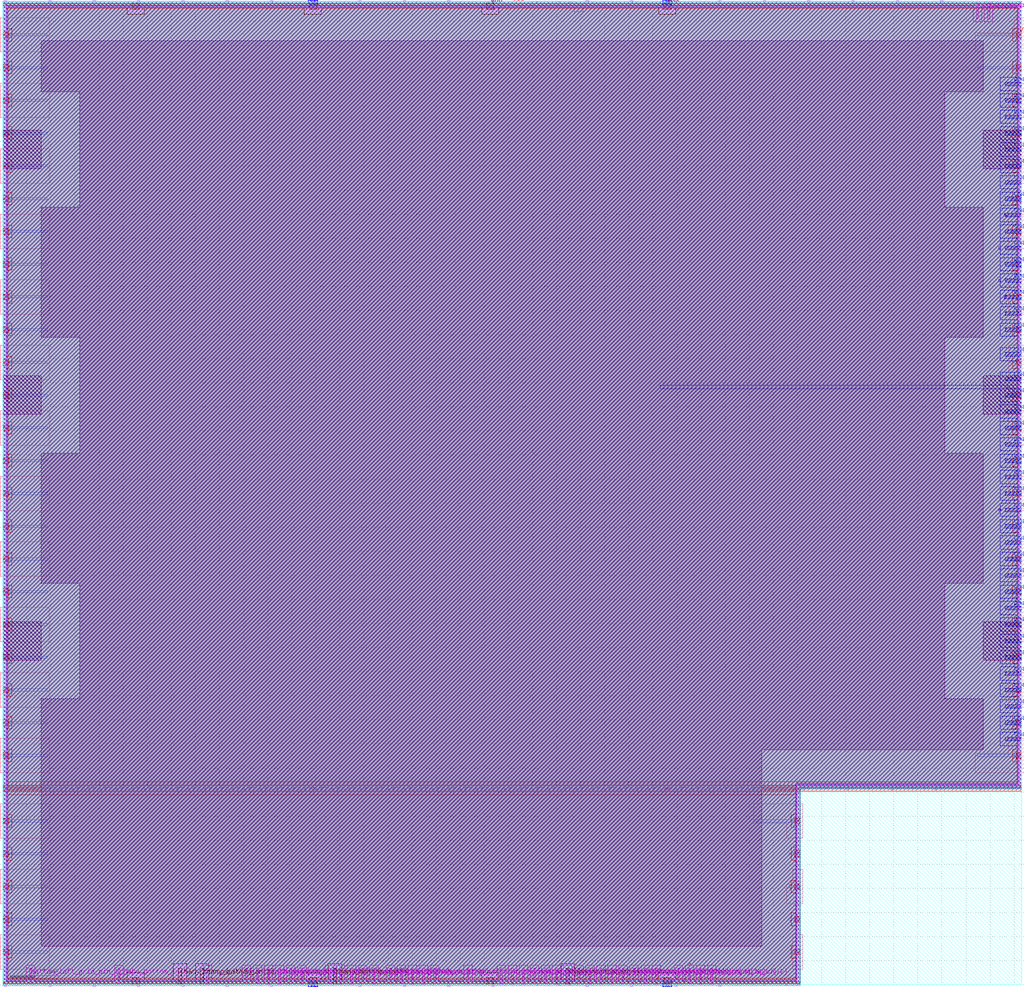
<source format=lef>
VERSION 5.7 ;
BUSBITCHARS "[]" ;

UNITS
  DATABASE MICRONS 1000 ;
END UNITS

MANUFACTURINGGRID 0.005 ;

LAYER nwell
  TYPE MASTERSLICE ;
END nwell

LAYER pwell
  TYPE MASTERSLICE ;
END pwell

LAYER fieldpoly
  TYPE MASTERSLICE ;
END fieldpoly

LAYER li1
  TYPE ROUTING ;
  DIRECTION VERTICAL ;
  PITCH 0.46 ;
  WIDTH 0.17 ;
END li1

LAYER mcon
  TYPE CUT ;
END mcon

LAYER met1
  TYPE ROUTING ;
  DIRECTION HORIZONTAL ;
  PITCH 0.34 ;
  WIDTH 0.14 ;
END met1

LAYER via
  TYPE CUT ;
END via

LAYER met2
  TYPE ROUTING ;
  DIRECTION VERTICAL ;
  PITCH 0.46 ;
  WIDTH 0.14 ;
END met2

LAYER via2
  TYPE CUT ;
END via2

LAYER met3
  TYPE ROUTING ;
  DIRECTION HORIZONTAL ;
  PITCH 0.68 ;
  WIDTH 0.3 ;
END met3

LAYER via3
  TYPE CUT ;
END via3

LAYER met4
  TYPE ROUTING ;
  DIRECTION VERTICAL ;
  PITCH 0.92 ;
  WIDTH 0.3 ;
END met4

LAYER via4
  TYPE CUT ;
END via4

LAYER met5
  TYPE ROUTING ;
  DIRECTION HORIZONTAL ;
  PITCH 3.4 ;
  WIDTH 1.6 ;
END met5

LAYER diff
  TYPE MASTERSLICE ;
END diff

LAYER licon1
  TYPE MASTERSLICE ;
END licon1

LAYER OVERLAP
  TYPE OVERLAP ;
END OVERLAP

VIA L1M1_PR
  LAYER li1 ;
    RECT -0.085 -0.085 0.085 0.085 ;
  LAYER mcon ;
    RECT -0.085 -0.085 0.085 0.085 ;
  LAYER met1 ;
    RECT -0.145 -0.115 0.145 0.115 ;
END L1M1_PR

VIA L1M1_PR_R
  LAYER li1 ;
    RECT -0.085 -0.085 0.085 0.085 ;
  LAYER mcon ;
    RECT -0.085 -0.085 0.085 0.085 ;
  LAYER met1 ;
    RECT -0.115 -0.145 0.115 0.145 ;
END L1M1_PR_R

VIA L1M1_PR_M
  LAYER li1 ;
    RECT -0.085 -0.085 0.085 0.085 ;
  LAYER mcon ;
    RECT -0.085 -0.085 0.085 0.085 ;
  LAYER met1 ;
    RECT -0.115 -0.145 0.115 0.145 ;
END L1M1_PR_M

VIA L1M1_PR_MR
  LAYER li1 ;
    RECT -0.085 -0.085 0.085 0.085 ;
  LAYER mcon ;
    RECT -0.085 -0.085 0.085 0.085 ;
  LAYER met1 ;
    RECT -0.145 -0.115 0.145 0.115 ;
END L1M1_PR_MR

VIA L1M1_PR_C
  LAYER li1 ;
    RECT -0.085 -0.085 0.085 0.085 ;
  LAYER mcon ;
    RECT -0.085 -0.085 0.085 0.085 ;
  LAYER met1 ;
    RECT -0.145 -0.145 0.145 0.145 ;
END L1M1_PR_C

VIA M1M2_PR
  LAYER met1 ;
    RECT -0.16 -0.13 0.16 0.13 ;
  LAYER via ;
    RECT -0.075 -0.075 0.075 0.075 ;
  LAYER met2 ;
    RECT -0.13 -0.16 0.13 0.16 ;
END M1M2_PR

VIA M1M2_PR_Enc
  LAYER met1 ;
    RECT -0.16 -0.13 0.16 0.13 ;
  LAYER via ;
    RECT -0.075 -0.075 0.075 0.075 ;
  LAYER met2 ;
    RECT -0.16 -0.13 0.16 0.13 ;
END M1M2_PR_Enc

VIA M1M2_PR_R
  LAYER met1 ;
    RECT -0.13 -0.16 0.13 0.16 ;
  LAYER via ;
    RECT -0.075 -0.075 0.075 0.075 ;
  LAYER met2 ;
    RECT -0.16 -0.13 0.16 0.13 ;
END M1M2_PR_R

VIA M1M2_PR_R_Enc
  LAYER met1 ;
    RECT -0.13 -0.16 0.13 0.16 ;
  LAYER via ;
    RECT -0.075 -0.075 0.075 0.075 ;
  LAYER met2 ;
    RECT -0.13 -0.16 0.13 0.16 ;
END M1M2_PR_R_Enc

VIA M1M2_PR_M
  LAYER met1 ;
    RECT -0.16 -0.13 0.16 0.13 ;
  LAYER via ;
    RECT -0.075 -0.075 0.075 0.075 ;
  LAYER met2 ;
    RECT -0.16 -0.13 0.16 0.13 ;
END M1M2_PR_M

VIA M1M2_PR_M_Enc
  LAYER met1 ;
    RECT -0.16 -0.13 0.16 0.13 ;
  LAYER via ;
    RECT -0.075 -0.075 0.075 0.075 ;
  LAYER met2 ;
    RECT -0.13 -0.16 0.13 0.16 ;
END M1M2_PR_M_Enc

VIA M1M2_PR_MR
  LAYER met1 ;
    RECT -0.13 -0.16 0.13 0.16 ;
  LAYER via ;
    RECT -0.075 -0.075 0.075 0.075 ;
  LAYER met2 ;
    RECT -0.13 -0.16 0.13 0.16 ;
END M1M2_PR_MR

VIA M1M2_PR_MR_Enc
  LAYER met1 ;
    RECT -0.13 -0.16 0.13 0.16 ;
  LAYER via ;
    RECT -0.075 -0.075 0.075 0.075 ;
  LAYER met2 ;
    RECT -0.16 -0.13 0.16 0.13 ;
END M1M2_PR_MR_Enc

VIA M1M2_PR_C
  LAYER met1 ;
    RECT -0.16 -0.16 0.16 0.16 ;
  LAYER via ;
    RECT -0.075 -0.075 0.075 0.075 ;
  LAYER met2 ;
    RECT -0.16 -0.16 0.16 0.16 ;
END M1M2_PR_C

VIA M2M3_PR
  LAYER met2 ;
    RECT -0.14 -0.185 0.14 0.185 ;
  LAYER via2 ;
    RECT -0.1 -0.1 0.1 0.1 ;
  LAYER met3 ;
    RECT -0.165 -0.165 0.165 0.165 ;
END M2M3_PR

VIA M2M3_PR_R
  LAYER met2 ;
    RECT -0.185 -0.14 0.185 0.14 ;
  LAYER via2 ;
    RECT -0.1 -0.1 0.1 0.1 ;
  LAYER met3 ;
    RECT -0.165 -0.165 0.165 0.165 ;
END M2M3_PR_R

VIA M2M3_PR_M
  LAYER met2 ;
    RECT -0.14 -0.185 0.14 0.185 ;
  LAYER via2 ;
    RECT -0.1 -0.1 0.1 0.1 ;
  LAYER met3 ;
    RECT -0.165 -0.165 0.165 0.165 ;
END M2M3_PR_M

VIA M2M3_PR_MR
  LAYER met2 ;
    RECT -0.185 -0.14 0.185 0.14 ;
  LAYER via2 ;
    RECT -0.1 -0.1 0.1 0.1 ;
  LAYER met3 ;
    RECT -0.165 -0.165 0.165 0.165 ;
END M2M3_PR_MR

VIA M2M3_PR_C
  LAYER met2 ;
    RECT -0.185 -0.185 0.185 0.185 ;
  LAYER via2 ;
    RECT -0.1 -0.1 0.1 0.1 ;
  LAYER met3 ;
    RECT -0.165 -0.165 0.165 0.165 ;
END M2M3_PR_C

VIA M3M4_PR
  LAYER met3 ;
    RECT -0.19 -0.16 0.19 0.16 ;
  LAYER via3 ;
    RECT -0.1 -0.1 0.1 0.1 ;
  LAYER met4 ;
    RECT -0.165 -0.165 0.165 0.165 ;
END M3M4_PR

VIA M3M4_PR_R
  LAYER met3 ;
    RECT -0.16 -0.19 0.16 0.19 ;
  LAYER via3 ;
    RECT -0.1 -0.1 0.1 0.1 ;
  LAYER met4 ;
    RECT -0.165 -0.165 0.165 0.165 ;
END M3M4_PR_R

VIA M3M4_PR_M
  LAYER met3 ;
    RECT -0.19 -0.16 0.19 0.16 ;
  LAYER via3 ;
    RECT -0.1 -0.1 0.1 0.1 ;
  LAYER met4 ;
    RECT -0.165 -0.165 0.165 0.165 ;
END M3M4_PR_M

VIA M3M4_PR_MR
  LAYER met3 ;
    RECT -0.16 -0.19 0.16 0.19 ;
  LAYER via3 ;
    RECT -0.1 -0.1 0.1 0.1 ;
  LAYER met4 ;
    RECT -0.165 -0.165 0.165 0.165 ;
END M3M4_PR_MR

VIA M3M4_PR_C
  LAYER met3 ;
    RECT -0.19 -0.19 0.19 0.19 ;
  LAYER via3 ;
    RECT -0.1 -0.1 0.1 0.1 ;
  LAYER met4 ;
    RECT -0.165 -0.165 0.165 0.165 ;
END M3M4_PR_C

VIA M4M5_PR
  LAYER met4 ;
    RECT -0.59 -0.59 0.59 0.59 ;
  LAYER via4 ;
    RECT -0.4 -0.4 0.4 0.4 ;
  LAYER met5 ;
    RECT -0.71 -0.71 0.71 0.71 ;
END M4M5_PR

VIA M4M5_PR_R
  LAYER met4 ;
    RECT -0.59 -0.59 0.59 0.59 ;
  LAYER via4 ;
    RECT -0.4 -0.4 0.4 0.4 ;
  LAYER met5 ;
    RECT -0.71 -0.71 0.71 0.71 ;
END M4M5_PR_R

VIA M4M5_PR_M
  LAYER met4 ;
    RECT -0.59 -0.59 0.59 0.59 ;
  LAYER via4 ;
    RECT -0.4 -0.4 0.4 0.4 ;
  LAYER met5 ;
    RECT -0.71 -0.71 0.71 0.71 ;
END M4M5_PR_M

VIA M4M5_PR_MR
  LAYER met4 ;
    RECT -0.59 -0.59 0.59 0.59 ;
  LAYER via4 ;
    RECT -0.4 -0.4 0.4 0.4 ;
  LAYER met5 ;
    RECT -0.71 -0.71 0.71 0.71 ;
END M4M5_PR_MR

VIA M4M5_PR_C
  LAYER met4 ;
    RECT -0.59 -0.59 0.59 0.59 ;
  LAYER via4 ;
    RECT -0.4 -0.4 0.4 0.4 ;
  LAYER met5 ;
    RECT -0.71 -0.71 0.71 0.71 ;
END M4M5_PR_C

SITE unit
  CLASS CORE ;
  SYMMETRY Y ;
  SIZE 0.46 BY 2.72 ;
END unit

SITE unithddbl
  CLASS CORE ;
  SIZE 0.46 BY 5.44 ;
END unithddbl

MACRO sb_0__2_
  CLASS BLOCK ;
  ORIGIN 0 0 ;
  SIZE 84.64 BY 81.6 ;
  SYMMETRY X Y ;
  PIN prog_clk[0]
    DIRECTION INPUT ;
    USE CLOCK ;
    PORT
      LAYER met2 ;
        RECT 16.95 0 17.09 1.36 ;
    END
  END prog_clk[0]
  PIN chanx_right_in[0]
    DIRECTION INPUT ;
    USE SIGNAL ;
    PORT
      LAYER met3 ;
        RECT 83.26 71.93 84.64 72.23 ;
    END
  END chanx_right_in[0]
  PIN chanx_right_in[1]
    DIRECTION INPUT ;
    USE SIGNAL ;
    PORT
      LAYER met3 ;
        RECT 83.26 54.25 84.64 54.55 ;
    END
  END chanx_right_in[1]
  PIN chanx_right_in[2]
    DIRECTION INPUT ;
    USE SIGNAL ;
    PORT
      LAYER met3 ;
        RECT 83.26 73.29 84.64 73.59 ;
    END
  END chanx_right_in[2]
  PIN chanx_right_in[3]
    DIRECTION INPUT ;
    USE SIGNAL ;
    PORT
      LAYER met3 ;
        RECT 83.26 69.21 84.64 69.51 ;
    END
  END chanx_right_in[3]
  PIN chanx_right_in[4]
    DIRECTION INPUT ;
    USE SIGNAL ;
    PORT
      LAYER met3 ;
        RECT 83.26 70.57 84.64 70.87 ;
    END
  END chanx_right_in[4]
  PIN chanx_right_in[5]
    DIRECTION INPUT ;
    USE SIGNAL ;
    PORT
      LAYER met3 ;
        RECT 83.26 29.77 84.64 30.07 ;
    END
  END chanx_right_in[5]
  PIN chanx_right_in[6]
    DIRECTION INPUT ;
    USE SIGNAL ;
    PORT
      LAYER met3 ;
        RECT 83.26 24.33 84.64 24.63 ;
    END
  END chanx_right_in[6]
  PIN chanx_right_in[7]
    DIRECTION INPUT ;
    USE SIGNAL ;
    PORT
      LAYER met3 ;
        RECT 83.26 74.65 84.64 74.95 ;
    END
  END chanx_right_in[7]
  PIN chanx_right_in[8]
    DIRECTION INPUT ;
    USE SIGNAL ;
    PORT
      LAYER met3 ;
        RECT 83.26 55.61 84.64 55.91 ;
    END
  END chanx_right_in[8]
  PIN chanx_right_in[9]
    DIRECTION INPUT ;
    USE SIGNAL ;
    PORT
      LAYER met3 ;
        RECT 83.26 28.41 84.64 28.71 ;
    END
  END chanx_right_in[9]
  PIN chanx_right_in[10]
    DIRECTION INPUT ;
    USE SIGNAL ;
    PORT
      LAYER met3 ;
        RECT 83.26 52.21 84.64 52.51 ;
    END
  END chanx_right_in[10]
  PIN chanx_right_in[11]
    DIRECTION INPUT ;
    USE SIGNAL ;
    PORT
      LAYER met3 ;
        RECT 83.26 36.57 84.64 36.87 ;
    END
  END chanx_right_in[11]
  PIN chanx_right_in[12]
    DIRECTION INPUT ;
    USE SIGNAL ;
    PORT
      LAYER met3 ;
        RECT 83.26 47.45 84.64 47.75 ;
    END
  END chanx_right_in[12]
  PIN chanx_right_in[13]
    DIRECTION INPUT ;
    USE SIGNAL ;
    PORT
      LAYER met3 ;
        RECT 83.26 27.05 84.64 27.35 ;
    END
  END chanx_right_in[13]
  PIN chanx_right_in[14]
    DIRECTION INPUT ;
    USE SIGNAL ;
    PORT
      LAYER met3 ;
        RECT 83.26 25.69 84.64 25.99 ;
    END
  END chanx_right_in[14]
  PIN chanx_right_in[15]
    DIRECTION INPUT ;
    USE SIGNAL ;
    PORT
      LAYER met3 ;
        RECT 83.26 44.73 84.64 45.03 ;
    END
  END chanx_right_in[15]
  PIN chanx_right_in[16]
    DIRECTION INPUT ;
    USE SIGNAL ;
    PORT
      LAYER met3 ;
        RECT 83.26 32.49 84.64 32.79 ;
    END
  END chanx_right_in[16]
  PIN chanx_right_in[17]
    DIRECTION INPUT ;
    USE SIGNAL ;
    PORT
      LAYER met3 ;
        RECT 83.26 50.17 84.64 50.47 ;
    END
  END chanx_right_in[17]
  PIN chanx_right_in[18]
    DIRECTION INPUT ;
    USE SIGNAL ;
    PORT
      LAYER met3 ;
        RECT 83.26 46.09 84.64 46.39 ;
    END
  END chanx_right_in[18]
  PIN chanx_right_in[19]
    DIRECTION INPUT ;
    USE SIGNAL ;
    PORT
      LAYER met3 ;
        RECT 83.26 35.21 84.64 35.51 ;
    END
  END chanx_right_in[19]
  PIN right_top_grid_pin_1_[0]
    DIRECTION INPUT ;
    USE SIGNAL ;
    PORT
      LAYER met2 ;
        RECT 80.89 80.24 81.03 81.6 ;
    END
  END right_top_grid_pin_1_[0]
  PIN chany_bottom_in[0]
    DIRECTION INPUT ;
    USE SIGNAL ;
    PORT
      LAYER met4 ;
        RECT 46.77 0 47.07 1.36 ;
    END
  END chany_bottom_in[0]
  PIN chany_bottom_in[1]
    DIRECTION INPUT ;
    USE SIGNAL ;
    PORT
      LAYER met4 ;
        RECT 16.41 0 16.71 1.36 ;
    END
  END chany_bottom_in[1]
  PIN chany_bottom_in[2]
    DIRECTION INPUT ;
    USE SIGNAL ;
    PORT
      LAYER met2 ;
        RECT 43.17 0 43.31 1.36 ;
    END
  END chany_bottom_in[2]
  PIN chany_bottom_in[3]
    DIRECTION INPUT ;
    USE SIGNAL ;
    PORT
      LAYER met4 ;
        RECT 14.57 0 14.87 1.36 ;
    END
  END chany_bottom_in[3]
  PIN chany_bottom_in[4]
    DIRECTION INPUT ;
    USE SIGNAL ;
    PORT
      LAYER met2 ;
        RECT 56.05 0 56.19 1.36 ;
    END
  END chany_bottom_in[4]
  PIN chany_bottom_in[5]
    DIRECTION INPUT ;
    USE SIGNAL ;
    PORT
      LAYER met2 ;
        RECT 45.93 0 46.07 1.36 ;
    END
  END chany_bottom_in[5]
  PIN chany_bottom_in[6]
    DIRECTION INPUT ;
    USE SIGNAL ;
    PORT
      LAYER met2 ;
        RECT 22.93 0 23.07 1.36 ;
    END
  END chany_bottom_in[6]
  PIN chany_bottom_in[7]
    DIRECTION INPUT ;
    USE SIGNAL ;
    PORT
      LAYER met4 ;
        RECT 27.45 0 27.75 1.36 ;
    END
  END chany_bottom_in[7]
  PIN chany_bottom_in[8]
    DIRECTION INPUT ;
    USE SIGNAL ;
    PORT
      LAYER met2 ;
        RECT 9.59 0 9.73 1.36 ;
    END
  END chany_bottom_in[8]
  PIN chany_bottom_in[9]
    DIRECTION INPUT ;
    USE SIGNAL ;
    PORT
      LAYER met2 ;
        RECT 20.17 0 20.31 1.36 ;
    END
  END chany_bottom_in[9]
  PIN chany_bottom_in[10]
    DIRECTION INPUT ;
    USE SIGNAL ;
    PORT
      LAYER met2 ;
        RECT 41.33 0 41.47 1.36 ;
    END
  END chany_bottom_in[10]
  PIN chany_bottom_in[11]
    DIRECTION INPUT ;
    USE SIGNAL ;
    PORT
      LAYER met2 ;
        RECT 38.57 0 38.71 1.36 ;
    END
  END chany_bottom_in[11]
  PIN chany_bottom_in[12]
    DIRECTION INPUT ;
    USE SIGNAL ;
    PORT
      LAYER met2 ;
        RECT 58.81 0 58.95 1.36 ;
    END
  END chany_bottom_in[12]
  PIN chany_bottom_in[13]
    DIRECTION INPUT ;
    USE SIGNAL ;
    PORT
      LAYER met2 ;
        RECT 57.89 0 58.03 1.36 ;
    END
  END chany_bottom_in[13]
  PIN chany_bottom_in[14]
    DIRECTION INPUT ;
    USE SIGNAL ;
    PORT
      LAYER met2 ;
        RECT 56.97 0 57.11 1.36 ;
    END
  END chany_bottom_in[14]
  PIN chany_bottom_in[15]
    DIRECTION INPUT ;
    USE SIGNAL ;
    PORT
      LAYER met2 ;
        RECT 23.85 0 23.99 1.36 ;
    END
  END chany_bottom_in[15]
  PIN chany_bottom_in[16]
    DIRECTION INPUT ;
    USE SIGNAL ;
    PORT
      LAYER met2 ;
        RECT 35.81 0 35.95 1.36 ;
    END
  END chany_bottom_in[16]
  PIN chany_bottom_in[17]
    DIRECTION INPUT ;
    USE SIGNAL ;
    PORT
      LAYER met2 ;
        RECT 34.89 0 35.03 1.36 ;
    END
  END chany_bottom_in[17]
  PIN chany_bottom_in[18]
    DIRECTION INPUT ;
    USE SIGNAL ;
    PORT
      LAYER met2 ;
        RECT 33.97 0 34.11 1.36 ;
    END
  END chany_bottom_in[18]
  PIN chany_bottom_in[19]
    DIRECTION INPUT ;
    USE SIGNAL ;
    PORT
      LAYER met2 ;
        RECT 30.75 0 30.89 1.36 ;
    END
  END chany_bottom_in[19]
  PIN bottom_left_grid_pin_1_[0]
    DIRECTION INPUT ;
    USE SIGNAL ;
    PORT
      LAYER met2 ;
        RECT 2.23 0 2.37 1.36 ;
    END
  END bottom_left_grid_pin_1_[0]
  PIN ccff_head[0]
    DIRECTION INPUT ;
    USE SIGNAL ;
    PORT
      LAYER met2 ;
        RECT 81.81 80.24 81.95 81.6 ;
    END
  END ccff_head[0]
  PIN chanx_right_out[0]
    DIRECTION OUTPUT ;
    USE SIGNAL ;
    PORT
      LAYER met3 ;
        RECT 83.26 48.81 84.64 49.11 ;
    END
  END chanx_right_out[0]
  PIN chanx_right_out[1]
    DIRECTION OUTPUT ;
    USE SIGNAL ;
    PORT
      LAYER met3 ;
        RECT 83.26 37.93 84.64 38.23 ;
    END
  END chanx_right_out[1]
  PIN chanx_right_out[2]
    DIRECTION OUTPUT ;
    USE SIGNAL ;
    PORT
      LAYER met3 ;
        RECT 83.26 31.13 84.64 31.43 ;
    END
  END chanx_right_out[2]
  PIN chanx_right_out[3]
    DIRECTION OUTPUT ;
    USE SIGNAL ;
    PORT
      LAYER met3 ;
        RECT 83.26 67.85 84.64 68.15 ;
    END
  END chanx_right_out[3]
  PIN chanx_right_out[4]
    DIRECTION OUTPUT ;
    USE SIGNAL ;
    PORT
      LAYER met3 ;
        RECT 83.26 33.85 84.64 34.15 ;
    END
  END chanx_right_out[4]
  PIN chanx_right_out[5]
    DIRECTION OUTPUT ;
    USE SIGNAL ;
    PORT
      LAYER met3 ;
        RECT 83.26 56.97 84.64 57.27 ;
    END
  END chanx_right_out[5]
  PIN chanx_right_out[6]
    DIRECTION OUTPUT ;
    USE SIGNAL ;
    PORT
      LAYER met3 ;
        RECT 83.26 66.49 84.64 66.79 ;
    END
  END chanx_right_out[6]
  PIN chanx_right_out[7]
    DIRECTION OUTPUT ;
    USE SIGNAL ;
    PORT
      LAYER met3 ;
        RECT 83.26 58.33 84.64 58.63 ;
    END
  END chanx_right_out[7]
  PIN chanx_right_out[8]
    DIRECTION OUTPUT ;
    USE SIGNAL ;
    PORT
      LAYER met3 ;
        RECT 83.26 65.13 84.64 65.43 ;
    END
  END chanx_right_out[8]
  PIN chanx_right_out[9]
    DIRECTION OUTPUT ;
    USE SIGNAL ;
    PORT
      LAYER met3 ;
        RECT 83.26 42.01 84.64 42.31 ;
    END
  END chanx_right_out[9]
  PIN chanx_right_out[10]
    DIRECTION OUTPUT ;
    USE SIGNAL ;
    PORT
      LAYER met3 ;
        RECT 83.26 20.25 84.64 20.55 ;
    END
  END chanx_right_out[10]
  PIN chanx_right_out[11]
    DIRECTION OUTPUT ;
    USE SIGNAL ;
    PORT
      LAYER met3 ;
        RECT 83.26 59.69 84.64 59.99 ;
    END
  END chanx_right_out[11]
  PIN chanx_right_out[12]
    DIRECTION OUTPUT ;
    USE SIGNAL ;
    PORT
      LAYER met3 ;
        RECT 83.26 21.61 84.64 21.91 ;
    END
  END chanx_right_out[12]
  PIN chanx_right_out[13]
    DIRECTION OUTPUT ;
    USE SIGNAL ;
    PORT
      LAYER met3 ;
        RECT 83.26 39.29 84.64 39.59 ;
    END
  END chanx_right_out[13]
  PIN chanx_right_out[14]
    DIRECTION OUTPUT ;
    USE SIGNAL ;
    PORT
      LAYER met3 ;
        RECT 83.26 63.77 84.64 64.07 ;
    END
  END chanx_right_out[14]
  PIN chanx_right_out[15]
    DIRECTION OUTPUT ;
    USE SIGNAL ;
    PORT
      LAYER met3 ;
        RECT 83.26 40.65 84.64 40.95 ;
    END
  END chanx_right_out[15]
  PIN chanx_right_out[16]
    DIRECTION OUTPUT ;
    USE SIGNAL ;
    PORT
      LAYER met3 ;
        RECT 83.26 43.37 84.64 43.67 ;
    END
  END chanx_right_out[16]
  PIN chanx_right_out[17]
    DIRECTION OUTPUT ;
    USE SIGNAL ;
    PORT
      LAYER met3 ;
        RECT 83.26 61.05 84.64 61.35 ;
    END
  END chanx_right_out[17]
  PIN chanx_right_out[18]
    DIRECTION OUTPUT ;
    USE SIGNAL ;
    PORT
      LAYER met3 ;
        RECT 83.26 62.41 84.64 62.71 ;
    END
  END chanx_right_out[18]
  PIN chanx_right_out[19]
    DIRECTION OUTPUT ;
    USE SIGNAL ;
    PORT
      LAYER met3 ;
        RECT 83.26 22.97 84.64 23.27 ;
    END
  END chanx_right_out[19]
  PIN chany_bottom_out[0]
    DIRECTION OUTPUT ;
    USE SIGNAL ;
    PORT
      LAYER met2 ;
        RECT 22.01 0 22.15 1.36 ;
    END
  END chany_bottom_out[0]
  PIN chany_bottom_out[1]
    DIRECTION OUTPUT ;
    USE SIGNAL ;
    PORT
      LAYER met2 ;
        RECT 44.09 0 44.23 1.36 ;
    END
  END chany_bottom_out[1]
  PIN chany_bottom_out[2]
    DIRECTION OUTPUT ;
    USE SIGNAL ;
    PORT
      LAYER met2 ;
        RECT 45.01 0 45.15 1.36 ;
    END
  END chany_bottom_out[2]
  PIN chany_bottom_out[3]
    DIRECTION OUTPUT ;
    USE SIGNAL ;
    PORT
      LAYER met2 ;
        RECT 54.21 0 54.35 1.36 ;
    END
  END chany_bottom_out[3]
  PIN chany_bottom_out[4]
    DIRECTION OUTPUT ;
    USE SIGNAL ;
    PORT
      LAYER met2 ;
        RECT 42.25 0 42.39 1.36 ;
    END
  END chany_bottom_out[4]
  PIN chany_bottom_out[5]
    DIRECTION OUTPUT ;
    USE SIGNAL ;
    PORT
      LAYER met2 ;
        RECT 53.29 0 53.43 1.36 ;
    END
  END chany_bottom_out[5]
  PIN chany_bottom_out[6]
    DIRECTION OUTPUT ;
    USE SIGNAL ;
    PORT
      LAYER met2 ;
        RECT 51.45 0 51.59 1.36 ;
    END
  END chany_bottom_out[6]
  PIN chany_bottom_out[7]
    DIRECTION OUTPUT ;
    USE SIGNAL ;
    PORT
      LAYER met2 ;
        RECT 47.77 0 47.91 1.36 ;
    END
  END chany_bottom_out[7]
  PIN chany_bottom_out[8]
    DIRECTION OUTPUT ;
    USE SIGNAL ;
    PORT
      LAYER met2 ;
        RECT 50.53 0 50.67 1.36 ;
    END
  END chany_bottom_out[8]
  PIN chany_bottom_out[9]
    DIRECTION OUTPUT ;
    USE SIGNAL ;
    PORT
      LAYER met2 ;
        RECT 29.83 0 29.97 1.36 ;
    END
  END chany_bottom_out[9]
  PIN chany_bottom_out[10]
    DIRECTION OUTPUT ;
    USE SIGNAL ;
    PORT
      LAYER met2 ;
        RECT 21.09 0 21.23 1.36 ;
    END
  END chany_bottom_out[10]
  PIN chany_bottom_out[11]
    DIRECTION OUTPUT ;
    USE SIGNAL ;
    PORT
      LAYER met2 ;
        RECT 46.85 0 46.99 1.36 ;
    END
  END chany_bottom_out[11]
  PIN chany_bottom_out[12]
    DIRECTION OUTPUT ;
    USE SIGNAL ;
    PORT
      LAYER met2 ;
        RECT 52.37 0 52.51 1.36 ;
    END
  END chany_bottom_out[12]
  PIN chany_bottom_out[13]
    DIRECTION OUTPUT ;
    USE SIGNAL ;
    PORT
      LAYER met2 ;
        RECT 48.69 0 48.83 1.36 ;
    END
  END chany_bottom_out[13]
  PIN chany_bottom_out[14]
    DIRECTION OUTPUT ;
    USE SIGNAL ;
    PORT
      LAYER met2 ;
        RECT 49.61 0 49.75 1.36 ;
    END
  END chany_bottom_out[14]
  PIN chany_bottom_out[15]
    DIRECTION OUTPUT ;
    USE SIGNAL ;
    PORT
      LAYER met2 ;
        RECT 28.91 0 29.05 1.36 ;
    END
  END chany_bottom_out[15]
  PIN chany_bottom_out[16]
    DIRECTION OUTPUT ;
    USE SIGNAL ;
    PORT
      LAYER met2 ;
        RECT 33.05 0 33.19 1.36 ;
    END
  END chany_bottom_out[16]
  PIN chany_bottom_out[17]
    DIRECTION OUTPUT ;
    USE SIGNAL ;
    PORT
      LAYER met2 ;
        RECT 24.77 0 24.91 1.36 ;
    END
  END chany_bottom_out[17]
  PIN chany_bottom_out[18]
    DIRECTION OUTPUT ;
    USE SIGNAL ;
    PORT
      LAYER met2 ;
        RECT 27.07 0 27.21 1.36 ;
    END
  END chany_bottom_out[18]
  PIN chany_bottom_out[19]
    DIRECTION OUTPUT ;
    USE SIGNAL ;
    PORT
      LAYER met2 ;
        RECT 27.99 0 28.13 1.36 ;
    END
  END chany_bottom_out[19]
  PIN ccff_tail[0]
    DIRECTION OUTPUT ;
    USE SIGNAL ;
    PORT
      LAYER met2 ;
        RECT 32.13 0 32.27 1.36 ;
    END
  END ccff_tail[0]
  PIN VDD
    DIRECTION INPUT ;
    USE POWER ;
    PORT
      LAYER met1 ;
        RECT 0 2.48 0.48 2.96 ;
        RECT 65.76 2.48 66.24 2.96 ;
        RECT 0 7.92 0.48 8.4 ;
        RECT 65.76 7.92 66.24 8.4 ;
        RECT 0 13.36 0.48 13.84 ;
        RECT 65.76 13.36 66.24 13.84 ;
        RECT 0 18.8 0.48 19.28 ;
        RECT 84.16 18.8 84.64 19.28 ;
        RECT 0 24.24 0.48 24.72 ;
        RECT 84.16 24.24 84.64 24.72 ;
        RECT 0 29.68 0.48 30.16 ;
        RECT 84.16 29.68 84.64 30.16 ;
        RECT 0 35.12 0.48 35.6 ;
        RECT 84.16 35.12 84.64 35.6 ;
        RECT 0 40.56 0.48 41.04 ;
        RECT 84.16 40.56 84.64 41.04 ;
        RECT 0 46 0.48 46.48 ;
        RECT 84.16 46 84.64 46.48 ;
        RECT 0 51.44 0.48 51.92 ;
        RECT 84.16 51.44 84.64 51.92 ;
        RECT 0 56.88 0.48 57.36 ;
        RECT 84.16 56.88 84.64 57.36 ;
        RECT 0 62.32 0.48 62.8 ;
        RECT 84.16 62.32 84.64 62.8 ;
        RECT 0 67.76 0.48 68.24 ;
        RECT 84.16 67.76 84.64 68.24 ;
        RECT 0 73.2 0.48 73.68 ;
        RECT 84.16 73.2 84.64 73.68 ;
        RECT 0 78.64 0.48 79.12 ;
        RECT 84.16 78.64 84.64 79.12 ;
      LAYER met4 ;
        RECT 10.74 0 11.34 0.6 ;
        RECT 40.18 0 40.78 0.6 ;
        RECT 10.74 81 11.34 81.6 ;
        RECT 40.18 81 40.78 81.6 ;
      LAYER met5 ;
        RECT 0 26.96 3.2 30.16 ;
        RECT 81.44 26.96 84.64 30.16 ;
        RECT 0 67.76 3.2 70.96 ;
        RECT 81.44 67.76 84.64 70.96 ;
    END
  END VDD
  PIN VSS
    DIRECTION INPUT ;
    USE GROUND ;
    PORT
      LAYER met1 ;
        RECT 0 0 66.24 0.24 ;
        RECT 0 5.2 0.48 5.68 ;
        RECT 65.76 5.2 66.24 5.68 ;
        RECT 0 10.64 0.48 11.12 ;
        RECT 65.76 10.64 66.24 11.12 ;
        RECT 0 16.08 84.64 16.56 ;
        RECT 0 21.52 0.48 22 ;
        RECT 84.16 21.52 84.64 22 ;
        RECT 0 26.96 0.48 27.44 ;
        RECT 84.16 26.96 84.64 27.44 ;
        RECT 0 32.4 0.48 32.88 ;
        RECT 84.16 32.4 84.64 32.88 ;
        RECT 0 37.84 0.48 38.32 ;
        RECT 84.16 37.84 84.64 38.32 ;
        RECT 0 43.28 0.48 43.76 ;
        RECT 84.16 43.28 84.64 43.76 ;
        RECT 0 48.72 0.48 49.2 ;
        RECT 84.16 48.72 84.64 49.2 ;
        RECT 0 54.16 0.48 54.64 ;
        RECT 84.16 54.16 84.64 54.64 ;
        RECT 0 59.6 0.48 60.08 ;
        RECT 84.16 59.6 84.64 60.08 ;
        RECT 0 65.04 0.48 65.52 ;
        RECT 84.16 65.04 84.64 65.52 ;
        RECT 0 70.48 0.48 70.96 ;
        RECT 84.16 70.48 84.64 70.96 ;
        RECT 0 75.92 0.48 76.4 ;
        RECT 84.16 75.92 84.64 76.4 ;
        RECT 0 81.36 84.64 81.6 ;
      LAYER met4 ;
        RECT 25.46 0 26.06 0.6 ;
        RECT 54.9 0 55.5 0.6 ;
        RECT 25.46 81 26.06 81.6 ;
        RECT 54.9 81 55.5 81.6 ;
      LAYER met5 ;
        RECT 0 47.36 3.2 50.56 ;
        RECT 81.44 47.36 84.64 50.56 ;
    END
  END VSS
  OBS
    LAYER li1 ;
      RECT 0 81.515 84.64 81.685 ;
      RECT 80.96 78.795 84.64 78.965 ;
      RECT 0 78.795 3.68 78.965 ;
      RECT 80.96 76.075 84.64 76.245 ;
      RECT 0 76.075 3.68 76.245 ;
      RECT 83.72 73.355 84.64 73.525 ;
      RECT 0 73.355 3.68 73.525 ;
      RECT 83.72 70.635 84.64 70.805 ;
      RECT 0 70.635 3.68 70.805 ;
      RECT 83.72 67.915 84.64 68.085 ;
      RECT 0 67.915 3.68 68.085 ;
      RECT 83.72 65.195 84.64 65.365 ;
      RECT 0 65.195 3.68 65.365 ;
      RECT 83.72 62.475 84.64 62.645 ;
      RECT 0 62.475 3.68 62.645 ;
      RECT 83.72 59.755 84.64 59.925 ;
      RECT 0 59.755 3.68 59.925 ;
      RECT 83.72 57.035 84.64 57.205 ;
      RECT 0 57.035 3.68 57.205 ;
      RECT 83.72 54.315 84.64 54.485 ;
      RECT 0 54.315 3.68 54.485 ;
      RECT 83.72 51.595 84.64 51.765 ;
      RECT 0 51.595 3.68 51.765 ;
      RECT 83.72 48.875 84.64 49.045 ;
      RECT 0 48.875 3.68 49.045 ;
      RECT 83.72 46.155 84.64 46.325 ;
      RECT 0 46.155 3.68 46.325 ;
      RECT 83.72 43.435 84.64 43.605 ;
      RECT 0 43.435 3.68 43.605 ;
      RECT 83.72 40.715 84.64 40.885 ;
      RECT 0 40.715 3.68 40.885 ;
      RECT 83.72 37.995 84.64 38.165 ;
      RECT 0 37.995 3.68 38.165 ;
      RECT 83.72 35.275 84.64 35.445 ;
      RECT 0 35.275 3.68 35.445 ;
      RECT 83.72 32.555 84.64 32.725 ;
      RECT 0 32.555 3.68 32.725 ;
      RECT 83.72 29.835 84.64 30.005 ;
      RECT 0 29.835 3.68 30.005 ;
      RECT 83.72 27.115 84.64 27.285 ;
      RECT 0 27.115 3.68 27.285 ;
      RECT 83.72 24.395 84.64 24.565 ;
      RECT 0 24.395 3.68 24.565 ;
      RECT 83.72 21.675 84.64 21.845 ;
      RECT 0 21.675 3.68 21.845 ;
      RECT 80.96 18.955 84.64 19.125 ;
      RECT 0 18.955 3.68 19.125 ;
      RECT 62.56 16.235 84.64 16.405 ;
      RECT 0 16.235 3.68 16.405 ;
      RECT 62.56 13.515 66.24 13.685 ;
      RECT 0 13.515 3.68 13.685 ;
      RECT 65.32 10.795 66.24 10.965 ;
      RECT 0 10.795 3.68 10.965 ;
      RECT 65.32 8.075 66.24 8.245 ;
      RECT 0 8.075 3.68 8.245 ;
      RECT 65.32 5.355 66.24 5.525 ;
      RECT 0 5.355 3.68 5.525 ;
      RECT 65.78 2.635 66.24 2.805 ;
      RECT 0 2.635 3.68 2.805 ;
      RECT 0 -0.085 66.24 0.085 ;
    LAYER met2 ;
      RECT 55.06 81.415 55.34 81.785 ;
      RECT 25.62 81.415 25.9 81.785 ;
      RECT 55.06 -0.185 55.34 0.185 ;
      RECT 25.62 -0.185 25.9 0.185 ;
      POLYGON 84.36 81.32 84.36 16.6 65.96 16.6 65.96 0.28 59.23 0.28 59.23 1.64 58.53 1.64 58.53 0.28 58.31 0.28 58.31 1.64 57.61 1.64 57.61 0.28 57.39 0.28 57.39 1.64 56.69 1.64 56.69 0.28 56.47 0.28 56.47 1.64 55.77 1.64 55.77 0.28 54.63 0.28 54.63 1.64 53.93 1.64 53.93 0.28 53.71 0.28 53.71 1.64 53.01 1.64 53.01 0.28 52.79 0.28 52.79 1.64 52.09 1.64 52.09 0.28 51.87 0.28 51.87 1.64 51.17 1.64 51.17 0.28 50.95 0.28 50.95 1.64 50.25 1.64 50.25 0.28 50.03 0.28 50.03 1.64 49.33 1.64 49.33 0.28 49.11 0.28 49.11 1.64 48.41 1.64 48.41 0.28 48.19 0.28 48.19 1.64 47.49 1.64 47.49 0.28 47.27 0.28 47.27 1.64 46.57 1.64 46.57 0.28 46.35 0.28 46.35 1.64 45.65 1.64 45.65 0.28 45.43 0.28 45.43 1.64 44.73 1.64 44.73 0.28 44.51 0.28 44.51 1.64 43.81 1.64 43.81 0.28 43.59 0.28 43.59 1.64 42.89 1.64 42.89 0.28 42.67 0.28 42.67 1.64 41.97 1.64 41.97 0.28 41.75 0.28 41.75 1.64 41.05 1.64 41.05 0.28 38.99 0.28 38.99 1.64 38.29 1.64 38.29 0.28 36.23 0.28 36.23 1.64 35.53 1.64 35.53 0.28 35.31 0.28 35.31 1.64 34.61 1.64 34.61 0.28 34.39 0.28 34.39 1.64 33.69 1.64 33.69 0.28 33.47 0.28 33.47 1.64 32.77 1.64 32.77 0.28 32.55 0.28 32.55 1.64 31.85 1.64 31.85 0.28 31.17 0.28 31.17 1.64 30.47 1.64 30.47 0.28 30.25 0.28 30.25 1.64 29.55 1.64 29.55 0.28 29.33 0.28 29.33 1.64 28.63 1.64 28.63 0.28 28.41 0.28 28.41 1.64 27.71 1.64 27.71 0.28 27.49 0.28 27.49 1.64 26.79 1.64 26.79 0.28 25.19 0.28 25.19 1.64 24.49 1.64 24.49 0.28 24.27 0.28 24.27 1.64 23.57 1.64 23.57 0.28 23.35 0.28 23.35 1.64 22.65 1.64 22.65 0.28 22.43 0.28 22.43 1.64 21.73 1.64 21.73 0.28 21.51 0.28 21.51 1.64 20.81 1.64 20.81 0.28 20.59 0.28 20.59 1.64 19.89 1.64 19.89 0.28 17.37 0.28 17.37 1.64 16.67 1.64 16.67 0.28 10.01 0.28 10.01 1.64 9.31 1.64 9.31 0.28 2.65 0.28 2.65 1.64 1.95 1.64 1.95 0.28 0.28 0.28 0.28 81.32 80.61 81.32 80.61 79.96 81.31 79.96 81.31 81.32 81.53 81.32 81.53 79.96 82.23 79.96 82.23 81.32 ;
    LAYER met3 ;
      POLYGON 55.365 81.765 55.365 81.76 55.58 81.76 55.58 81.44 55.365 81.44 55.365 81.435 55.035 81.435 55.035 81.44 54.82 81.44 54.82 81.76 55.035 81.76 55.035 81.765 ;
      POLYGON 25.925 81.765 25.925 81.76 26.14 81.76 26.14 81.44 25.925 81.44 25.925 81.435 25.595 81.435 25.595 81.44 25.38 81.44 25.38 81.76 25.595 81.76 25.595 81.765 ;
      POLYGON 82.86 49.79 82.86 49.77 83.41 49.77 83.41 49.49 54.59 49.49 54.59 49.79 ;
      POLYGON 55.365 0.165 55.365 0.16 55.58 0.16 55.58 -0.16 55.365 -0.16 55.365 -0.165 55.035 -0.165 55.035 -0.16 54.82 -0.16 54.82 0.16 55.035 0.16 55.035 0.165 ;
      POLYGON 25.925 0.165 25.925 0.16 26.14 0.16 26.14 -0.16 25.925 -0.16 25.925 -0.165 25.595 -0.165 25.595 -0.16 25.38 -0.16 25.38 0.16 25.595 0.16 25.595 0.165 ;
      POLYGON 84.24 81.2 84.24 75.35 82.86 75.35 82.86 74.25 84.24 74.25 84.24 73.99 82.86 73.99 82.86 72.89 84.24 72.89 84.24 72.63 82.86 72.63 82.86 71.53 84.24 71.53 84.24 71.27 82.86 71.27 82.86 70.17 84.24 70.17 84.24 69.91 82.86 69.91 82.86 68.81 84.24 68.81 84.24 68.55 82.86 68.55 82.86 67.45 84.24 67.45 84.24 67.19 82.86 67.19 82.86 66.09 84.24 66.09 84.24 65.83 82.86 65.83 82.86 64.73 84.24 64.73 84.24 64.47 82.86 64.47 82.86 63.37 84.24 63.37 84.24 63.11 82.86 63.11 82.86 62.01 84.24 62.01 84.24 61.75 82.86 61.75 82.86 60.65 84.24 60.65 84.24 60.39 82.86 60.39 82.86 59.29 84.24 59.29 84.24 59.03 82.86 59.03 82.86 57.93 84.24 57.93 84.24 57.67 82.86 57.67 82.86 56.57 84.24 56.57 84.24 56.31 82.86 56.31 82.86 55.21 84.24 55.21 84.24 54.95 82.86 54.95 82.86 53.85 84.24 53.85 84.24 52.91 82.86 52.91 82.86 51.81 84.24 51.81 84.24 50.87 82.86 50.87 82.86 49.77 84.24 49.77 84.24 49.51 82.86 49.51 82.86 48.41 84.24 48.41 84.24 48.15 82.86 48.15 82.86 47.05 84.24 47.05 84.24 46.79 82.86 46.79 82.86 45.69 84.24 45.69 84.24 45.43 82.86 45.43 82.86 44.33 84.24 44.33 84.24 44.07 82.86 44.07 82.86 42.97 84.24 42.97 84.24 42.71 82.86 42.71 82.86 41.61 84.24 41.61 84.24 41.35 82.86 41.35 82.86 40.25 84.24 40.25 84.24 39.99 82.86 39.99 82.86 38.89 84.24 38.89 84.24 38.63 82.86 38.63 82.86 37.53 84.24 37.53 84.24 37.27 82.86 37.27 82.86 36.17 84.24 36.17 84.24 35.91 82.86 35.91 82.86 34.81 84.24 34.81 84.24 34.55 82.86 34.55 82.86 33.45 84.24 33.45 84.24 33.19 82.86 33.19 82.86 32.09 84.24 32.09 84.24 31.83 82.86 31.83 82.86 30.73 84.24 30.73 84.24 30.47 82.86 30.47 82.86 29.37 84.24 29.37 84.24 29.11 82.86 29.11 82.86 28.01 84.24 28.01 84.24 27.75 82.86 27.75 82.86 26.65 84.24 26.65 84.24 26.39 82.86 26.39 82.86 25.29 84.24 25.29 84.24 25.03 82.86 25.03 82.86 23.93 84.24 23.93 84.24 23.67 82.86 23.67 82.86 22.57 84.24 22.57 84.24 22.31 82.86 22.31 82.86 21.21 84.24 21.21 84.24 20.95 82.86 20.95 82.86 19.85 84.24 19.85 84.24 16.72 65.84 16.72 65.84 0.4 0.4 0.4 0.4 81.2 ;
    LAYER met4 ;
      POLYGON 84.24 81.2 84.24 16.72 65.84 16.72 65.84 0.4 55.9 0.4 55.9 1 54.5 1 54.5 0.4 47.47 0.4 47.47 1.76 46.37 1.76 46.37 0.4 41.18 0.4 41.18 1 39.78 1 39.78 0.4 28.15 0.4 28.15 1.76 27.05 1.76 27.05 0.4 26.46 0.4 26.46 1 25.06 1 25.06 0.4 17.11 0.4 17.11 1.76 16.01 1.76 16.01 0.4 15.27 0.4 15.27 1.76 14.17 1.76 14.17 0.4 11.74 0.4 11.74 1 10.34 1 10.34 0.4 0.4 0.4 0.4 81.2 10.34 81.2 10.34 80.6 11.74 80.6 11.74 81.2 25.06 81.2 25.06 80.6 26.46 80.6 26.46 81.2 39.78 81.2 39.78 80.6 41.18 80.6 41.18 81.2 54.5 81.2 54.5 80.6 55.9 80.6 55.9 81.2 ;
    LAYER met5 ;
      POLYGON 81.44 78.4 81.44 74.16 78.24 74.16 78.24 64.56 81.44 64.56 81.44 53.76 78.24 53.76 78.24 44.16 81.44 44.16 81.44 33.36 78.24 33.36 78.24 23.76 81.44 23.76 81.44 19.52 63.04 19.52 63.04 3.2 3.2 3.2 3.2 23.76 6.4 23.76 6.4 33.36 3.2 33.36 3.2 44.16 6.4 44.16 6.4 53.76 3.2 53.76 3.2 64.56 6.4 64.56 6.4 74.16 3.2 74.16 3.2 78.4 ;
    LAYER met1 ;
      POLYGON 84.36 81.08 84.36 79.4 83.88 79.4 83.88 78.36 84.36 78.36 84.36 76.68 83.88 76.68 83.88 75.64 84.36 75.64 84.36 73.96 83.88 73.96 83.88 72.92 84.36 72.92 84.36 71.24 83.88 71.24 83.88 70.2 84.36 70.2 84.36 68.52 83.88 68.52 83.88 67.48 84.36 67.48 84.36 65.8 83.88 65.8 83.88 64.76 84.36 64.76 84.36 63.08 83.88 63.08 83.88 62.04 84.36 62.04 84.36 60.36 83.88 60.36 83.88 59.32 84.36 59.32 84.36 57.64 83.88 57.64 83.88 56.6 84.36 56.6 84.36 54.92 83.88 54.92 83.88 53.88 84.36 53.88 84.36 52.2 83.88 52.2 83.88 51.16 84.36 51.16 84.36 49.48 83.88 49.48 83.88 48.44 84.36 48.44 84.36 46.76 83.88 46.76 83.88 45.72 84.36 45.72 84.36 44.04 83.88 44.04 83.88 43 84.36 43 84.36 41.32 83.88 41.32 83.88 40.28 84.36 40.28 84.36 38.6 83.88 38.6 83.88 37.56 84.36 37.56 84.36 35.88 83.88 35.88 83.88 34.84 84.36 34.84 84.36 33.16 83.88 33.16 83.88 32.12 84.36 32.12 84.36 30.44 83.88 30.44 83.88 29.4 84.36 29.4 84.36 27.72 83.88 27.72 83.88 26.68 84.36 26.68 84.36 25 83.88 25 83.88 23.96 84.36 23.96 84.36 22.28 83.88 22.28 83.88 21.24 84.36 21.24 84.36 19.56 83.88 19.56 83.88 18.52 84.36 18.52 84.36 16.84 0.28 16.84 0.28 18.52 0.76 18.52 0.76 19.56 0.28 19.56 0.28 21.24 0.76 21.24 0.76 22.28 0.28 22.28 0.28 23.96 0.76 23.96 0.76 25 0.28 25 0.28 26.68 0.76 26.68 0.76 27.72 0.28 27.72 0.28 29.4 0.76 29.4 0.76 30.44 0.28 30.44 0.28 32.12 0.76 32.12 0.76 33.16 0.28 33.16 0.28 34.84 0.76 34.84 0.76 35.88 0.28 35.88 0.28 37.56 0.76 37.56 0.76 38.6 0.28 38.6 0.28 40.28 0.76 40.28 0.76 41.32 0.28 41.32 0.28 43 0.76 43 0.76 44.04 0.28 44.04 0.28 45.72 0.76 45.72 0.76 46.76 0.28 46.76 0.28 48.44 0.76 48.44 0.76 49.48 0.28 49.48 0.28 51.16 0.76 51.16 0.76 52.2 0.28 52.2 0.28 53.88 0.76 53.88 0.76 54.92 0.28 54.92 0.28 56.6 0.76 56.6 0.76 57.64 0.28 57.64 0.28 59.32 0.76 59.32 0.76 60.36 0.28 60.36 0.28 62.04 0.76 62.04 0.76 63.08 0.28 63.08 0.28 64.76 0.76 64.76 0.76 65.8 0.28 65.8 0.28 67.48 0.76 67.48 0.76 68.52 0.28 68.52 0.28 70.2 0.76 70.2 0.76 71.24 0.28 71.24 0.28 72.92 0.76 72.92 0.76 73.96 0.28 73.96 0.28 75.64 0.76 75.64 0.76 76.68 0.28 76.68 0.28 78.36 0.76 78.36 0.76 79.4 0.28 79.4 0.28 81.08 ;
      POLYGON 65.96 15.8 65.96 14.12 65.48 14.12 65.48 13.08 65.96 13.08 65.96 11.4 65.48 11.4 65.48 10.36 65.96 10.36 65.96 8.68 65.48 8.68 65.48 7.64 65.96 7.64 65.96 5.96 65.48 5.96 65.48 4.92 65.96 4.92 65.96 3.24 65.48 3.24 65.48 2.2 65.96 2.2 65.96 0.52 0.28 0.52 0.28 2.2 0.76 2.2 0.76 3.24 0.28 3.24 0.28 4.92 0.76 4.92 0.76 5.96 0.28 5.96 0.28 7.64 0.76 7.64 0.76 8.68 0.28 8.68 0.28 10.36 0.76 10.36 0.76 11.4 0.28 11.4 0.28 13.08 0.76 13.08 0.76 14.12 0.28 14.12 0.28 15.8 ;
    LAYER li1 ;
      RECT 47.465 80.79 48.215 81.335 ;
      RECT 47.465 0.265 48.215 0.81 ;
      POLYGON 84.3 81.26 84.3 16.66 65.9 16.66 65.9 0.34 0.34 0.34 0.34 81.26 ;
    LAYER mcon ;
      RECT 84.325 81.515 84.495 81.685 ;
      RECT 83.865 81.515 84.035 81.685 ;
      RECT 83.405 81.515 83.575 81.685 ;
      RECT 82.945 81.515 83.115 81.685 ;
      RECT 82.485 81.515 82.655 81.685 ;
      RECT 82.025 81.515 82.195 81.685 ;
      RECT 81.565 81.515 81.735 81.685 ;
      RECT 81.105 81.515 81.275 81.685 ;
      RECT 80.645 81.515 80.815 81.685 ;
      RECT 80.185 81.515 80.355 81.685 ;
      RECT 79.725 81.515 79.895 81.685 ;
      RECT 79.265 81.515 79.435 81.685 ;
      RECT 78.805 81.515 78.975 81.685 ;
      RECT 78.345 81.515 78.515 81.685 ;
      RECT 77.885 81.515 78.055 81.685 ;
      RECT 77.425 81.515 77.595 81.685 ;
      RECT 76.965 81.515 77.135 81.685 ;
      RECT 76.505 81.515 76.675 81.685 ;
      RECT 76.045 81.515 76.215 81.685 ;
      RECT 75.585 81.515 75.755 81.685 ;
      RECT 75.125 81.515 75.295 81.685 ;
      RECT 74.665 81.515 74.835 81.685 ;
      RECT 74.205 81.515 74.375 81.685 ;
      RECT 73.745 81.515 73.915 81.685 ;
      RECT 73.285 81.515 73.455 81.685 ;
      RECT 72.825 81.515 72.995 81.685 ;
      RECT 72.365 81.515 72.535 81.685 ;
      RECT 71.905 81.515 72.075 81.685 ;
      RECT 71.445 81.515 71.615 81.685 ;
      RECT 70.985 81.515 71.155 81.685 ;
      RECT 70.525 81.515 70.695 81.685 ;
      RECT 70.065 81.515 70.235 81.685 ;
      RECT 69.605 81.515 69.775 81.685 ;
      RECT 69.145 81.515 69.315 81.685 ;
      RECT 68.685 81.515 68.855 81.685 ;
      RECT 68.225 81.515 68.395 81.685 ;
      RECT 67.765 81.515 67.935 81.685 ;
      RECT 67.305 81.515 67.475 81.685 ;
      RECT 66.845 81.515 67.015 81.685 ;
      RECT 66.385 81.515 66.555 81.685 ;
      RECT 65.925 81.515 66.095 81.685 ;
      RECT 65.465 81.515 65.635 81.685 ;
      RECT 65.005 81.515 65.175 81.685 ;
      RECT 64.545 81.515 64.715 81.685 ;
      RECT 64.085 81.515 64.255 81.685 ;
      RECT 63.625 81.515 63.795 81.685 ;
      RECT 63.165 81.515 63.335 81.685 ;
      RECT 62.705 81.515 62.875 81.685 ;
      RECT 62.245 81.515 62.415 81.685 ;
      RECT 61.785 81.515 61.955 81.685 ;
      RECT 61.325 81.515 61.495 81.685 ;
      RECT 60.865 81.515 61.035 81.685 ;
      RECT 60.405 81.515 60.575 81.685 ;
      RECT 59.945 81.515 60.115 81.685 ;
      RECT 59.485 81.515 59.655 81.685 ;
      RECT 59.025 81.515 59.195 81.685 ;
      RECT 58.565 81.515 58.735 81.685 ;
      RECT 58.105 81.515 58.275 81.685 ;
      RECT 57.645 81.515 57.815 81.685 ;
      RECT 57.185 81.515 57.355 81.685 ;
      RECT 56.725 81.515 56.895 81.685 ;
      RECT 56.265 81.515 56.435 81.685 ;
      RECT 55.805 81.515 55.975 81.685 ;
      RECT 55.345 81.515 55.515 81.685 ;
      RECT 54.885 81.515 55.055 81.685 ;
      RECT 54.425 81.515 54.595 81.685 ;
      RECT 53.965 81.515 54.135 81.685 ;
      RECT 53.505 81.515 53.675 81.685 ;
      RECT 53.045 81.515 53.215 81.685 ;
      RECT 52.585 81.515 52.755 81.685 ;
      RECT 52.125 81.515 52.295 81.685 ;
      RECT 51.665 81.515 51.835 81.685 ;
      RECT 51.205 81.515 51.375 81.685 ;
      RECT 50.745 81.515 50.915 81.685 ;
      RECT 50.285 81.515 50.455 81.685 ;
      RECT 49.825 81.515 49.995 81.685 ;
      RECT 49.365 81.515 49.535 81.685 ;
      RECT 48.905 81.515 49.075 81.685 ;
      RECT 48.445 81.515 48.615 81.685 ;
      RECT 47.985 81.515 48.155 81.685 ;
      RECT 47.525 81.515 47.695 81.685 ;
      RECT 47.065 81.515 47.235 81.685 ;
      RECT 46.605 81.515 46.775 81.685 ;
      RECT 46.145 81.515 46.315 81.685 ;
      RECT 45.685 81.515 45.855 81.685 ;
      RECT 45.225 81.515 45.395 81.685 ;
      RECT 44.765 81.515 44.935 81.685 ;
      RECT 44.305 81.515 44.475 81.685 ;
      RECT 43.845 81.515 44.015 81.685 ;
      RECT 43.385 81.515 43.555 81.685 ;
      RECT 42.925 81.515 43.095 81.685 ;
      RECT 42.465 81.515 42.635 81.685 ;
      RECT 42.005 81.515 42.175 81.685 ;
      RECT 41.545 81.515 41.715 81.685 ;
      RECT 41.085 81.515 41.255 81.685 ;
      RECT 40.625 81.515 40.795 81.685 ;
      RECT 40.165 81.515 40.335 81.685 ;
      RECT 39.705 81.515 39.875 81.685 ;
      RECT 39.245 81.515 39.415 81.685 ;
      RECT 38.785 81.515 38.955 81.685 ;
      RECT 38.325 81.515 38.495 81.685 ;
      RECT 37.865 81.515 38.035 81.685 ;
      RECT 37.405 81.515 37.575 81.685 ;
      RECT 36.945 81.515 37.115 81.685 ;
      RECT 36.485 81.515 36.655 81.685 ;
      RECT 36.025 81.515 36.195 81.685 ;
      RECT 35.565 81.515 35.735 81.685 ;
      RECT 35.105 81.515 35.275 81.685 ;
      RECT 34.645 81.515 34.815 81.685 ;
      RECT 34.185 81.515 34.355 81.685 ;
      RECT 33.725 81.515 33.895 81.685 ;
      RECT 33.265 81.515 33.435 81.685 ;
      RECT 32.805 81.515 32.975 81.685 ;
      RECT 32.345 81.515 32.515 81.685 ;
      RECT 31.885 81.515 32.055 81.685 ;
      RECT 31.425 81.515 31.595 81.685 ;
      RECT 30.965 81.515 31.135 81.685 ;
      RECT 30.505 81.515 30.675 81.685 ;
      RECT 30.045 81.515 30.215 81.685 ;
      RECT 29.585 81.515 29.755 81.685 ;
      RECT 29.125 81.515 29.295 81.685 ;
      RECT 28.665 81.515 28.835 81.685 ;
      RECT 28.205 81.515 28.375 81.685 ;
      RECT 27.745 81.515 27.915 81.685 ;
      RECT 27.285 81.515 27.455 81.685 ;
      RECT 26.825 81.515 26.995 81.685 ;
      RECT 26.365 81.515 26.535 81.685 ;
      RECT 25.905 81.515 26.075 81.685 ;
      RECT 25.445 81.515 25.615 81.685 ;
      RECT 24.985 81.515 25.155 81.685 ;
      RECT 24.525 81.515 24.695 81.685 ;
      RECT 24.065 81.515 24.235 81.685 ;
      RECT 23.605 81.515 23.775 81.685 ;
      RECT 23.145 81.515 23.315 81.685 ;
      RECT 22.685 81.515 22.855 81.685 ;
      RECT 22.225 81.515 22.395 81.685 ;
      RECT 21.765 81.515 21.935 81.685 ;
      RECT 21.305 81.515 21.475 81.685 ;
      RECT 20.845 81.515 21.015 81.685 ;
      RECT 20.385 81.515 20.555 81.685 ;
      RECT 19.925 81.515 20.095 81.685 ;
      RECT 19.465 81.515 19.635 81.685 ;
      RECT 19.005 81.515 19.175 81.685 ;
      RECT 18.545 81.515 18.715 81.685 ;
      RECT 18.085 81.515 18.255 81.685 ;
      RECT 17.625 81.515 17.795 81.685 ;
      RECT 17.165 81.515 17.335 81.685 ;
      RECT 16.705 81.515 16.875 81.685 ;
      RECT 16.245 81.515 16.415 81.685 ;
      RECT 15.785 81.515 15.955 81.685 ;
      RECT 15.325 81.515 15.495 81.685 ;
      RECT 14.865 81.515 15.035 81.685 ;
      RECT 14.405 81.515 14.575 81.685 ;
      RECT 13.945 81.515 14.115 81.685 ;
      RECT 13.485 81.515 13.655 81.685 ;
      RECT 13.025 81.515 13.195 81.685 ;
      RECT 12.565 81.515 12.735 81.685 ;
      RECT 12.105 81.515 12.275 81.685 ;
      RECT 11.645 81.515 11.815 81.685 ;
      RECT 11.185 81.515 11.355 81.685 ;
      RECT 10.725 81.515 10.895 81.685 ;
      RECT 10.265 81.515 10.435 81.685 ;
      RECT 9.805 81.515 9.975 81.685 ;
      RECT 9.345 81.515 9.515 81.685 ;
      RECT 8.885 81.515 9.055 81.685 ;
      RECT 8.425 81.515 8.595 81.685 ;
      RECT 7.965 81.515 8.135 81.685 ;
      RECT 7.505 81.515 7.675 81.685 ;
      RECT 7.045 81.515 7.215 81.685 ;
      RECT 6.585 81.515 6.755 81.685 ;
      RECT 6.125 81.515 6.295 81.685 ;
      RECT 5.665 81.515 5.835 81.685 ;
      RECT 5.205 81.515 5.375 81.685 ;
      RECT 4.745 81.515 4.915 81.685 ;
      RECT 4.285 81.515 4.455 81.685 ;
      RECT 3.825 81.515 3.995 81.685 ;
      RECT 3.365 81.515 3.535 81.685 ;
      RECT 2.905 81.515 3.075 81.685 ;
      RECT 2.445 81.515 2.615 81.685 ;
      RECT 1.985 81.515 2.155 81.685 ;
      RECT 1.525 81.515 1.695 81.685 ;
      RECT 1.065 81.515 1.235 81.685 ;
      RECT 0.605 81.515 0.775 81.685 ;
      RECT 0.145 81.515 0.315 81.685 ;
      RECT 84.325 78.795 84.495 78.965 ;
      RECT 83.865 78.795 84.035 78.965 ;
      RECT 0.605 78.795 0.775 78.965 ;
      RECT 0.145 78.795 0.315 78.965 ;
      RECT 84.325 76.075 84.495 76.245 ;
      RECT 83.865 76.075 84.035 76.245 ;
      RECT 0.605 76.075 0.775 76.245 ;
      RECT 0.145 76.075 0.315 76.245 ;
      RECT 84.325 73.355 84.495 73.525 ;
      RECT 83.865 73.355 84.035 73.525 ;
      RECT 0.605 73.355 0.775 73.525 ;
      RECT 0.145 73.355 0.315 73.525 ;
      RECT 84.325 70.635 84.495 70.805 ;
      RECT 83.865 70.635 84.035 70.805 ;
      RECT 0.605 70.635 0.775 70.805 ;
      RECT 0.145 70.635 0.315 70.805 ;
      RECT 84.325 67.915 84.495 68.085 ;
      RECT 83.865 67.915 84.035 68.085 ;
      RECT 0.605 67.915 0.775 68.085 ;
      RECT 0.145 67.915 0.315 68.085 ;
      RECT 84.325 65.195 84.495 65.365 ;
      RECT 83.865 65.195 84.035 65.365 ;
      RECT 0.605 65.195 0.775 65.365 ;
      RECT 0.145 65.195 0.315 65.365 ;
      RECT 84.325 62.475 84.495 62.645 ;
      RECT 83.865 62.475 84.035 62.645 ;
      RECT 0.605 62.475 0.775 62.645 ;
      RECT 0.145 62.475 0.315 62.645 ;
      RECT 84.325 59.755 84.495 59.925 ;
      RECT 83.865 59.755 84.035 59.925 ;
      RECT 0.605 59.755 0.775 59.925 ;
      RECT 0.145 59.755 0.315 59.925 ;
      RECT 84.325 57.035 84.495 57.205 ;
      RECT 83.865 57.035 84.035 57.205 ;
      RECT 0.605 57.035 0.775 57.205 ;
      RECT 0.145 57.035 0.315 57.205 ;
      RECT 84.325 54.315 84.495 54.485 ;
      RECT 83.865 54.315 84.035 54.485 ;
      RECT 0.605 54.315 0.775 54.485 ;
      RECT 0.145 54.315 0.315 54.485 ;
      RECT 84.325 51.595 84.495 51.765 ;
      RECT 83.865 51.595 84.035 51.765 ;
      RECT 0.605 51.595 0.775 51.765 ;
      RECT 0.145 51.595 0.315 51.765 ;
      RECT 84.325 48.875 84.495 49.045 ;
      RECT 83.865 48.875 84.035 49.045 ;
      RECT 0.605 48.875 0.775 49.045 ;
      RECT 0.145 48.875 0.315 49.045 ;
      RECT 84.325 46.155 84.495 46.325 ;
      RECT 83.865 46.155 84.035 46.325 ;
      RECT 0.605 46.155 0.775 46.325 ;
      RECT 0.145 46.155 0.315 46.325 ;
      RECT 84.325 43.435 84.495 43.605 ;
      RECT 83.865 43.435 84.035 43.605 ;
      RECT 0.605 43.435 0.775 43.605 ;
      RECT 0.145 43.435 0.315 43.605 ;
      RECT 84.325 40.715 84.495 40.885 ;
      RECT 83.865 40.715 84.035 40.885 ;
      RECT 0.605 40.715 0.775 40.885 ;
      RECT 0.145 40.715 0.315 40.885 ;
      RECT 84.325 37.995 84.495 38.165 ;
      RECT 83.865 37.995 84.035 38.165 ;
      RECT 0.605 37.995 0.775 38.165 ;
      RECT 0.145 37.995 0.315 38.165 ;
      RECT 84.325 35.275 84.495 35.445 ;
      RECT 83.865 35.275 84.035 35.445 ;
      RECT 0.605 35.275 0.775 35.445 ;
      RECT 0.145 35.275 0.315 35.445 ;
      RECT 84.325 32.555 84.495 32.725 ;
      RECT 83.865 32.555 84.035 32.725 ;
      RECT 0.605 32.555 0.775 32.725 ;
      RECT 0.145 32.555 0.315 32.725 ;
      RECT 84.325 29.835 84.495 30.005 ;
      RECT 83.865 29.835 84.035 30.005 ;
      RECT 0.605 29.835 0.775 30.005 ;
      RECT 0.145 29.835 0.315 30.005 ;
      RECT 84.325 27.115 84.495 27.285 ;
      RECT 83.865 27.115 84.035 27.285 ;
      RECT 0.605 27.115 0.775 27.285 ;
      RECT 0.145 27.115 0.315 27.285 ;
      RECT 84.325 24.395 84.495 24.565 ;
      RECT 83.865 24.395 84.035 24.565 ;
      RECT 0.605 24.395 0.775 24.565 ;
      RECT 0.145 24.395 0.315 24.565 ;
      RECT 84.325 21.675 84.495 21.845 ;
      RECT 83.865 21.675 84.035 21.845 ;
      RECT 0.605 21.675 0.775 21.845 ;
      RECT 0.145 21.675 0.315 21.845 ;
      RECT 84.325 18.955 84.495 19.125 ;
      RECT 83.865 18.955 84.035 19.125 ;
      RECT 0.605 18.955 0.775 19.125 ;
      RECT 0.145 18.955 0.315 19.125 ;
      RECT 84.325 16.235 84.495 16.405 ;
      RECT 83.865 16.235 84.035 16.405 ;
      RECT 83.405 16.235 83.575 16.405 ;
      RECT 82.945 16.235 83.115 16.405 ;
      RECT 82.485 16.235 82.655 16.405 ;
      RECT 82.025 16.235 82.195 16.405 ;
      RECT 81.565 16.235 81.735 16.405 ;
      RECT 81.105 16.235 81.275 16.405 ;
      RECT 80.645 16.235 80.815 16.405 ;
      RECT 80.185 16.235 80.355 16.405 ;
      RECT 79.725 16.235 79.895 16.405 ;
      RECT 79.265 16.235 79.435 16.405 ;
      RECT 78.805 16.235 78.975 16.405 ;
      RECT 78.345 16.235 78.515 16.405 ;
      RECT 77.885 16.235 78.055 16.405 ;
      RECT 77.425 16.235 77.595 16.405 ;
      RECT 76.965 16.235 77.135 16.405 ;
      RECT 76.505 16.235 76.675 16.405 ;
      RECT 76.045 16.235 76.215 16.405 ;
      RECT 75.585 16.235 75.755 16.405 ;
      RECT 75.125 16.235 75.295 16.405 ;
      RECT 74.665 16.235 74.835 16.405 ;
      RECT 74.205 16.235 74.375 16.405 ;
      RECT 73.745 16.235 73.915 16.405 ;
      RECT 73.285 16.235 73.455 16.405 ;
      RECT 72.825 16.235 72.995 16.405 ;
      RECT 72.365 16.235 72.535 16.405 ;
      RECT 71.905 16.235 72.075 16.405 ;
      RECT 71.445 16.235 71.615 16.405 ;
      RECT 70.985 16.235 71.155 16.405 ;
      RECT 70.525 16.235 70.695 16.405 ;
      RECT 70.065 16.235 70.235 16.405 ;
      RECT 69.605 16.235 69.775 16.405 ;
      RECT 69.145 16.235 69.315 16.405 ;
      RECT 68.685 16.235 68.855 16.405 ;
      RECT 68.225 16.235 68.395 16.405 ;
      RECT 67.765 16.235 67.935 16.405 ;
      RECT 67.305 16.235 67.475 16.405 ;
      RECT 66.845 16.235 67.015 16.405 ;
      RECT 66.385 16.235 66.555 16.405 ;
      RECT 65.925 16.235 66.095 16.405 ;
      RECT 65.465 16.235 65.635 16.405 ;
      RECT 65.005 16.235 65.175 16.405 ;
      RECT 64.545 16.235 64.715 16.405 ;
      RECT 64.085 16.235 64.255 16.405 ;
      RECT 63.625 16.235 63.795 16.405 ;
      RECT 63.165 16.235 63.335 16.405 ;
      RECT 62.705 16.235 62.875 16.405 ;
      RECT 62.245 16.235 62.415 16.405 ;
      RECT 61.785 16.235 61.955 16.405 ;
      RECT 61.325 16.235 61.495 16.405 ;
      RECT 60.865 16.235 61.035 16.405 ;
      RECT 60.405 16.235 60.575 16.405 ;
      RECT 59.945 16.235 60.115 16.405 ;
      RECT 59.485 16.235 59.655 16.405 ;
      RECT 59.025 16.235 59.195 16.405 ;
      RECT 58.565 16.235 58.735 16.405 ;
      RECT 58.105 16.235 58.275 16.405 ;
      RECT 57.645 16.235 57.815 16.405 ;
      RECT 57.185 16.235 57.355 16.405 ;
      RECT 56.725 16.235 56.895 16.405 ;
      RECT 56.265 16.235 56.435 16.405 ;
      RECT 55.805 16.235 55.975 16.405 ;
      RECT 55.345 16.235 55.515 16.405 ;
      RECT 54.885 16.235 55.055 16.405 ;
      RECT 54.425 16.235 54.595 16.405 ;
      RECT 53.965 16.235 54.135 16.405 ;
      RECT 53.505 16.235 53.675 16.405 ;
      RECT 53.045 16.235 53.215 16.405 ;
      RECT 52.585 16.235 52.755 16.405 ;
      RECT 52.125 16.235 52.295 16.405 ;
      RECT 51.665 16.235 51.835 16.405 ;
      RECT 51.205 16.235 51.375 16.405 ;
      RECT 50.745 16.235 50.915 16.405 ;
      RECT 50.285 16.235 50.455 16.405 ;
      RECT 49.825 16.235 49.995 16.405 ;
      RECT 49.365 16.235 49.535 16.405 ;
      RECT 48.905 16.235 49.075 16.405 ;
      RECT 48.445 16.235 48.615 16.405 ;
      RECT 47.985 16.235 48.155 16.405 ;
      RECT 47.525 16.235 47.695 16.405 ;
      RECT 47.065 16.235 47.235 16.405 ;
      RECT 46.605 16.235 46.775 16.405 ;
      RECT 46.145 16.235 46.315 16.405 ;
      RECT 45.685 16.235 45.855 16.405 ;
      RECT 45.225 16.235 45.395 16.405 ;
      RECT 44.765 16.235 44.935 16.405 ;
      RECT 44.305 16.235 44.475 16.405 ;
      RECT 43.845 16.235 44.015 16.405 ;
      RECT 43.385 16.235 43.555 16.405 ;
      RECT 42.925 16.235 43.095 16.405 ;
      RECT 42.465 16.235 42.635 16.405 ;
      RECT 42.005 16.235 42.175 16.405 ;
      RECT 41.545 16.235 41.715 16.405 ;
      RECT 41.085 16.235 41.255 16.405 ;
      RECT 40.625 16.235 40.795 16.405 ;
      RECT 40.165 16.235 40.335 16.405 ;
      RECT 39.705 16.235 39.875 16.405 ;
      RECT 39.245 16.235 39.415 16.405 ;
      RECT 38.785 16.235 38.955 16.405 ;
      RECT 38.325 16.235 38.495 16.405 ;
      RECT 37.865 16.235 38.035 16.405 ;
      RECT 37.405 16.235 37.575 16.405 ;
      RECT 36.945 16.235 37.115 16.405 ;
      RECT 36.485 16.235 36.655 16.405 ;
      RECT 36.025 16.235 36.195 16.405 ;
      RECT 35.565 16.235 35.735 16.405 ;
      RECT 35.105 16.235 35.275 16.405 ;
      RECT 34.645 16.235 34.815 16.405 ;
      RECT 34.185 16.235 34.355 16.405 ;
      RECT 33.725 16.235 33.895 16.405 ;
      RECT 33.265 16.235 33.435 16.405 ;
      RECT 32.805 16.235 32.975 16.405 ;
      RECT 32.345 16.235 32.515 16.405 ;
      RECT 31.885 16.235 32.055 16.405 ;
      RECT 31.425 16.235 31.595 16.405 ;
      RECT 30.965 16.235 31.135 16.405 ;
      RECT 30.505 16.235 30.675 16.405 ;
      RECT 30.045 16.235 30.215 16.405 ;
      RECT 29.585 16.235 29.755 16.405 ;
      RECT 29.125 16.235 29.295 16.405 ;
      RECT 28.665 16.235 28.835 16.405 ;
      RECT 28.205 16.235 28.375 16.405 ;
      RECT 27.745 16.235 27.915 16.405 ;
      RECT 27.285 16.235 27.455 16.405 ;
      RECT 26.825 16.235 26.995 16.405 ;
      RECT 26.365 16.235 26.535 16.405 ;
      RECT 25.905 16.235 26.075 16.405 ;
      RECT 25.445 16.235 25.615 16.405 ;
      RECT 24.985 16.235 25.155 16.405 ;
      RECT 24.525 16.235 24.695 16.405 ;
      RECT 24.065 16.235 24.235 16.405 ;
      RECT 23.605 16.235 23.775 16.405 ;
      RECT 23.145 16.235 23.315 16.405 ;
      RECT 22.685 16.235 22.855 16.405 ;
      RECT 22.225 16.235 22.395 16.405 ;
      RECT 21.765 16.235 21.935 16.405 ;
      RECT 21.305 16.235 21.475 16.405 ;
      RECT 20.845 16.235 21.015 16.405 ;
      RECT 20.385 16.235 20.555 16.405 ;
      RECT 19.925 16.235 20.095 16.405 ;
      RECT 19.465 16.235 19.635 16.405 ;
      RECT 19.005 16.235 19.175 16.405 ;
      RECT 18.545 16.235 18.715 16.405 ;
      RECT 18.085 16.235 18.255 16.405 ;
      RECT 17.625 16.235 17.795 16.405 ;
      RECT 17.165 16.235 17.335 16.405 ;
      RECT 16.705 16.235 16.875 16.405 ;
      RECT 16.245 16.235 16.415 16.405 ;
      RECT 15.785 16.235 15.955 16.405 ;
      RECT 15.325 16.235 15.495 16.405 ;
      RECT 14.865 16.235 15.035 16.405 ;
      RECT 14.405 16.235 14.575 16.405 ;
      RECT 13.945 16.235 14.115 16.405 ;
      RECT 13.485 16.235 13.655 16.405 ;
      RECT 13.025 16.235 13.195 16.405 ;
      RECT 12.565 16.235 12.735 16.405 ;
      RECT 12.105 16.235 12.275 16.405 ;
      RECT 11.645 16.235 11.815 16.405 ;
      RECT 11.185 16.235 11.355 16.405 ;
      RECT 10.725 16.235 10.895 16.405 ;
      RECT 10.265 16.235 10.435 16.405 ;
      RECT 9.805 16.235 9.975 16.405 ;
      RECT 9.345 16.235 9.515 16.405 ;
      RECT 8.885 16.235 9.055 16.405 ;
      RECT 8.425 16.235 8.595 16.405 ;
      RECT 7.965 16.235 8.135 16.405 ;
      RECT 7.505 16.235 7.675 16.405 ;
      RECT 7.045 16.235 7.215 16.405 ;
      RECT 6.585 16.235 6.755 16.405 ;
      RECT 6.125 16.235 6.295 16.405 ;
      RECT 5.665 16.235 5.835 16.405 ;
      RECT 5.205 16.235 5.375 16.405 ;
      RECT 4.745 16.235 4.915 16.405 ;
      RECT 4.285 16.235 4.455 16.405 ;
      RECT 3.825 16.235 3.995 16.405 ;
      RECT 3.365 16.235 3.535 16.405 ;
      RECT 2.905 16.235 3.075 16.405 ;
      RECT 2.445 16.235 2.615 16.405 ;
      RECT 1.985 16.235 2.155 16.405 ;
      RECT 1.525 16.235 1.695 16.405 ;
      RECT 1.065 16.235 1.235 16.405 ;
      RECT 0.605 16.235 0.775 16.405 ;
      RECT 0.145 16.235 0.315 16.405 ;
      RECT 65.925 13.515 66.095 13.685 ;
      RECT 65.465 13.515 65.635 13.685 ;
      RECT 0.605 13.515 0.775 13.685 ;
      RECT 0.145 13.515 0.315 13.685 ;
      RECT 65.925 10.795 66.095 10.965 ;
      RECT 65.465 10.795 65.635 10.965 ;
      RECT 0.605 10.795 0.775 10.965 ;
      RECT 0.145 10.795 0.315 10.965 ;
      RECT 65.925 8.075 66.095 8.245 ;
      RECT 65.465 8.075 65.635 8.245 ;
      RECT 0.605 8.075 0.775 8.245 ;
      RECT 0.145 8.075 0.315 8.245 ;
      RECT 65.925 5.355 66.095 5.525 ;
      RECT 65.465 5.355 65.635 5.525 ;
      RECT 0.605 5.355 0.775 5.525 ;
      RECT 0.145 5.355 0.315 5.525 ;
      RECT 65.925 2.635 66.095 2.805 ;
      RECT 65.465 2.635 65.635 2.805 ;
      RECT 0.605 2.635 0.775 2.805 ;
      RECT 0.145 2.635 0.315 2.805 ;
      RECT 65.925 -0.085 66.095 0.085 ;
      RECT 65.465 -0.085 65.635 0.085 ;
      RECT 65.005 -0.085 65.175 0.085 ;
      RECT 64.545 -0.085 64.715 0.085 ;
      RECT 64.085 -0.085 64.255 0.085 ;
      RECT 63.625 -0.085 63.795 0.085 ;
      RECT 63.165 -0.085 63.335 0.085 ;
      RECT 62.705 -0.085 62.875 0.085 ;
      RECT 62.245 -0.085 62.415 0.085 ;
      RECT 61.785 -0.085 61.955 0.085 ;
      RECT 61.325 -0.085 61.495 0.085 ;
      RECT 60.865 -0.085 61.035 0.085 ;
      RECT 60.405 -0.085 60.575 0.085 ;
      RECT 59.945 -0.085 60.115 0.085 ;
      RECT 59.485 -0.085 59.655 0.085 ;
      RECT 59.025 -0.085 59.195 0.085 ;
      RECT 58.565 -0.085 58.735 0.085 ;
      RECT 58.105 -0.085 58.275 0.085 ;
      RECT 57.645 -0.085 57.815 0.085 ;
      RECT 57.185 -0.085 57.355 0.085 ;
      RECT 56.725 -0.085 56.895 0.085 ;
      RECT 56.265 -0.085 56.435 0.085 ;
      RECT 55.805 -0.085 55.975 0.085 ;
      RECT 55.345 -0.085 55.515 0.085 ;
      RECT 54.885 -0.085 55.055 0.085 ;
      RECT 54.425 -0.085 54.595 0.085 ;
      RECT 53.965 -0.085 54.135 0.085 ;
      RECT 53.505 -0.085 53.675 0.085 ;
      RECT 53.045 -0.085 53.215 0.085 ;
      RECT 52.585 -0.085 52.755 0.085 ;
      RECT 52.125 -0.085 52.295 0.085 ;
      RECT 51.665 -0.085 51.835 0.085 ;
      RECT 51.205 -0.085 51.375 0.085 ;
      RECT 50.745 -0.085 50.915 0.085 ;
      RECT 50.285 -0.085 50.455 0.085 ;
      RECT 49.825 -0.085 49.995 0.085 ;
      RECT 49.365 -0.085 49.535 0.085 ;
      RECT 48.905 -0.085 49.075 0.085 ;
      RECT 48.445 -0.085 48.615 0.085 ;
      RECT 47.985 -0.085 48.155 0.085 ;
      RECT 47.525 -0.085 47.695 0.085 ;
      RECT 47.065 -0.085 47.235 0.085 ;
      RECT 46.605 -0.085 46.775 0.085 ;
      RECT 46.145 -0.085 46.315 0.085 ;
      RECT 45.685 -0.085 45.855 0.085 ;
      RECT 45.225 -0.085 45.395 0.085 ;
      RECT 44.765 -0.085 44.935 0.085 ;
      RECT 44.305 -0.085 44.475 0.085 ;
      RECT 43.845 -0.085 44.015 0.085 ;
      RECT 43.385 -0.085 43.555 0.085 ;
      RECT 42.925 -0.085 43.095 0.085 ;
      RECT 42.465 -0.085 42.635 0.085 ;
      RECT 42.005 -0.085 42.175 0.085 ;
      RECT 41.545 -0.085 41.715 0.085 ;
      RECT 41.085 -0.085 41.255 0.085 ;
      RECT 40.625 -0.085 40.795 0.085 ;
      RECT 40.165 -0.085 40.335 0.085 ;
      RECT 39.705 -0.085 39.875 0.085 ;
      RECT 39.245 -0.085 39.415 0.085 ;
      RECT 38.785 -0.085 38.955 0.085 ;
      RECT 38.325 -0.085 38.495 0.085 ;
      RECT 37.865 -0.085 38.035 0.085 ;
      RECT 37.405 -0.085 37.575 0.085 ;
      RECT 36.945 -0.085 37.115 0.085 ;
      RECT 36.485 -0.085 36.655 0.085 ;
      RECT 36.025 -0.085 36.195 0.085 ;
      RECT 35.565 -0.085 35.735 0.085 ;
      RECT 35.105 -0.085 35.275 0.085 ;
      RECT 34.645 -0.085 34.815 0.085 ;
      RECT 34.185 -0.085 34.355 0.085 ;
      RECT 33.725 -0.085 33.895 0.085 ;
      RECT 33.265 -0.085 33.435 0.085 ;
      RECT 32.805 -0.085 32.975 0.085 ;
      RECT 32.345 -0.085 32.515 0.085 ;
      RECT 31.885 -0.085 32.055 0.085 ;
      RECT 31.425 -0.085 31.595 0.085 ;
      RECT 30.965 -0.085 31.135 0.085 ;
      RECT 30.505 -0.085 30.675 0.085 ;
      RECT 30.045 -0.085 30.215 0.085 ;
      RECT 29.585 -0.085 29.755 0.085 ;
      RECT 29.125 -0.085 29.295 0.085 ;
      RECT 28.665 -0.085 28.835 0.085 ;
      RECT 28.205 -0.085 28.375 0.085 ;
      RECT 27.745 -0.085 27.915 0.085 ;
      RECT 27.285 -0.085 27.455 0.085 ;
      RECT 26.825 -0.085 26.995 0.085 ;
      RECT 26.365 -0.085 26.535 0.085 ;
      RECT 25.905 -0.085 26.075 0.085 ;
      RECT 25.445 -0.085 25.615 0.085 ;
      RECT 24.985 -0.085 25.155 0.085 ;
      RECT 24.525 -0.085 24.695 0.085 ;
      RECT 24.065 -0.085 24.235 0.085 ;
      RECT 23.605 -0.085 23.775 0.085 ;
      RECT 23.145 -0.085 23.315 0.085 ;
      RECT 22.685 -0.085 22.855 0.085 ;
      RECT 22.225 -0.085 22.395 0.085 ;
      RECT 21.765 -0.085 21.935 0.085 ;
      RECT 21.305 -0.085 21.475 0.085 ;
      RECT 20.845 -0.085 21.015 0.085 ;
      RECT 20.385 -0.085 20.555 0.085 ;
      RECT 19.925 -0.085 20.095 0.085 ;
      RECT 19.465 -0.085 19.635 0.085 ;
      RECT 19.005 -0.085 19.175 0.085 ;
      RECT 18.545 -0.085 18.715 0.085 ;
      RECT 18.085 -0.085 18.255 0.085 ;
      RECT 17.625 -0.085 17.795 0.085 ;
      RECT 17.165 -0.085 17.335 0.085 ;
      RECT 16.705 -0.085 16.875 0.085 ;
      RECT 16.245 -0.085 16.415 0.085 ;
      RECT 15.785 -0.085 15.955 0.085 ;
      RECT 15.325 -0.085 15.495 0.085 ;
      RECT 14.865 -0.085 15.035 0.085 ;
      RECT 14.405 -0.085 14.575 0.085 ;
      RECT 13.945 -0.085 14.115 0.085 ;
      RECT 13.485 -0.085 13.655 0.085 ;
      RECT 13.025 -0.085 13.195 0.085 ;
      RECT 12.565 -0.085 12.735 0.085 ;
      RECT 12.105 -0.085 12.275 0.085 ;
      RECT 11.645 -0.085 11.815 0.085 ;
      RECT 11.185 -0.085 11.355 0.085 ;
      RECT 10.725 -0.085 10.895 0.085 ;
      RECT 10.265 -0.085 10.435 0.085 ;
      RECT 9.805 -0.085 9.975 0.085 ;
      RECT 9.345 -0.085 9.515 0.085 ;
      RECT 8.885 -0.085 9.055 0.085 ;
      RECT 8.425 -0.085 8.595 0.085 ;
      RECT 7.965 -0.085 8.135 0.085 ;
      RECT 7.505 -0.085 7.675 0.085 ;
      RECT 7.045 -0.085 7.215 0.085 ;
      RECT 6.585 -0.085 6.755 0.085 ;
      RECT 6.125 -0.085 6.295 0.085 ;
      RECT 5.665 -0.085 5.835 0.085 ;
      RECT 5.205 -0.085 5.375 0.085 ;
      RECT 4.745 -0.085 4.915 0.085 ;
      RECT 4.285 -0.085 4.455 0.085 ;
      RECT 3.825 -0.085 3.995 0.085 ;
      RECT 3.365 -0.085 3.535 0.085 ;
      RECT 2.905 -0.085 3.075 0.085 ;
      RECT 2.445 -0.085 2.615 0.085 ;
      RECT 1.985 -0.085 2.155 0.085 ;
      RECT 1.525 -0.085 1.695 0.085 ;
      RECT 1.065 -0.085 1.235 0.085 ;
      RECT 0.605 -0.085 0.775 0.085 ;
      RECT 0.145 -0.085 0.315 0.085 ;
    LAYER via ;
      RECT 55.125 81.525 55.275 81.675 ;
      RECT 25.685 81.525 25.835 81.675 ;
      RECT 55.125 16.245 55.275 16.395 ;
      RECT 25.685 16.245 25.835 16.395 ;
      RECT 56.965 1.625 57.115 1.775 ;
      RECT 55.125 -0.075 55.275 0.075 ;
      RECT 25.685 -0.075 25.835 0.075 ;
    LAYER via2 ;
      RECT 55.1 81.5 55.3 81.7 ;
      RECT 25.66 81.5 25.86 81.7 ;
      RECT 83.16 63.82 83.36 64.02 ;
      RECT 82.7 61.1 82.9 61.3 ;
      RECT 82.7 58.38 82.9 58.58 ;
      RECT 83.16 57.02 83.36 57.22 ;
      RECT 82.7 39.34 82.9 39.54 ;
      RECT 55.1 -0.1 55.3 0.1 ;
      RECT 25.66 -0.1 25.86 0.1 ;
    LAYER via3 ;
      RECT 55.1 81.5 55.3 81.7 ;
      RECT 25.66 81.5 25.86 81.7 ;
      RECT 55.1 -0.1 55.3 0.1 ;
      RECT 25.66 -0.1 25.86 0.1 ;
    LAYER fieldpoly ;
      POLYGON 84.5 81.46 84.5 16.46 66.1 16.46 66.1 0.14 0.14 0.14 0.14 81.46 ;
    LAYER diff ;
      POLYGON 84.64 81.6 84.64 16.32 66.24 16.32 66.24 0 0 0 0 81.6 ;
    LAYER nwell ;
      POLYGON 84.83 80.295 84.83 77.465 80.77 77.465 80.77 79.07 83.99 79.07 83.99 80.295 ;
      RECT -0.19 77.465 3.87 80.295 ;
      RECT 83.53 72.025 84.83 74.855 ;
      RECT -0.19 72.025 3.87 74.855 ;
      RECT 83.53 66.585 84.83 69.415 ;
      RECT -0.19 66.585 3.87 69.415 ;
      RECT 83.53 61.145 84.83 63.975 ;
      RECT -0.19 61.145 3.87 63.975 ;
      RECT 83.53 55.705 84.83 58.535 ;
      RECT -0.19 55.705 3.87 58.535 ;
      RECT 83.53 50.265 84.83 53.095 ;
      RECT -0.19 50.265 3.87 53.095 ;
      RECT 83.53 44.825 84.83 47.655 ;
      RECT -0.19 44.825 3.87 47.655 ;
      RECT 83.53 39.385 84.83 42.215 ;
      RECT -0.19 39.385 3.87 42.215 ;
      RECT 83.53 33.945 84.83 36.775 ;
      RECT -0.19 33.945 3.87 36.775 ;
      RECT 83.53 28.505 84.83 31.335 ;
      RECT -0.19 28.505 3.87 31.335 ;
      RECT 83.53 23.065 84.83 25.895 ;
      RECT -0.19 23.065 3.87 25.895 ;
      POLYGON 84.83 20.455 84.83 17.625 80.77 17.625 80.77 19.23 83.53 19.23 83.53 20.455 ;
      RECT -0.19 17.625 3.87 20.455 ;
      POLYGON 66.43 15.015 66.43 12.185 65.13 12.185 65.13 13.41 62.37 13.41 62.37 15.015 ;
      RECT -0.19 12.185 3.87 15.015 ;
      POLYGON 66.43 9.575 66.43 6.745 65.13 6.745 65.13 8.35 65.59 8.35 65.59 9.575 ;
      RECT -0.19 6.745 3.87 9.575 ;
      RECT 65.59 1.305 66.43 4.135 ;
      RECT -0.19 1.305 3.87 4.135 ;
      POLYGON 84.64 81.6 84.64 16.32 66.24 16.32 66.24 0 0 0 0 81.6 ;
    LAYER pwell ;
      RECT 77.87 81.55 78.09 81.72 ;
      RECT 74.19 81.55 74.41 81.72 ;
      RECT 70.51 81.55 70.73 81.72 ;
      RECT 66.83 81.55 67.05 81.72 ;
      RECT 63.15 81.55 63.37 81.72 ;
      RECT 59.47 81.55 59.69 81.72 ;
      RECT 55.79 81.55 56.01 81.72 ;
      RECT 52.11 81.55 52.33 81.72 ;
      RECT 48.43 81.55 48.65 81.72 ;
      RECT 40.61 81.55 40.83 81.72 ;
      RECT 36.93 81.55 37.15 81.72 ;
      RECT 33.25 81.55 33.47 81.72 ;
      RECT 29.57 81.55 29.79 81.72 ;
      RECT 25.89 81.55 26.11 81.72 ;
      RECT 22.21 81.55 22.43 81.72 ;
      RECT 18.53 81.55 18.75 81.72 ;
      RECT 14.85 81.55 15.07 81.72 ;
      RECT 11.17 81.55 11.39 81.72 ;
      RECT 7.49 81.55 7.71 81.72 ;
      RECT 3.81 81.55 4.03 81.72 ;
      RECT 0.13 81.55 0.35 81.72 ;
      RECT 81.595 81.54 81.705 81.66 ;
      RECT 44.335 81.54 44.445 81.66 ;
      RECT 84.32 81.545 84.44 81.655 ;
      RECT 47.06 81.545 47.18 81.655 ;
      RECT 83.415 81.54 83.575 81.65 ;
      RECT 46.155 81.54 46.315 81.65 ;
      RECT 81.09 16.2 81.31 16.37 ;
      RECT 77.41 16.2 77.63 16.37 ;
      RECT 73.73 16.2 73.95 16.37 ;
      RECT 70.05 16.2 70.27 16.37 ;
      RECT 66.37 16.2 66.59 16.37 ;
      RECT 65.015 -0.05 65.175 0.06 ;
      RECT 63.195 -0.06 63.305 0.06 ;
      RECT 46.155 -0.05 46.315 0.06 ;
      RECT 44.335 -0.06 44.445 0.06 ;
      RECT 65.92 -0.055 66.04 0.055 ;
      RECT 47.06 -0.055 47.18 0.055 ;
      RECT 59.47 -0.12 59.69 0.05 ;
      RECT 55.79 -0.12 56.01 0.05 ;
      RECT 52.11 -0.12 52.33 0.05 ;
      RECT 48.43 -0.12 48.65 0.05 ;
      RECT 40.61 -0.12 40.83 0.05 ;
      RECT 36.93 -0.12 37.15 0.05 ;
      RECT 33.25 -0.12 33.47 0.05 ;
      RECT 29.57 -0.12 29.79 0.05 ;
      RECT 25.89 -0.12 26.11 0.05 ;
      RECT 22.21 -0.12 22.43 0.05 ;
      RECT 18.53 -0.12 18.75 0.05 ;
      RECT 14.85 -0.12 15.07 0.05 ;
      RECT 11.17 -0.12 11.39 0.05 ;
      RECT 7.49 -0.12 7.71 0.05 ;
      RECT 3.81 -0.12 4.03 0.05 ;
      RECT 0.13 -0.12 0.35 0.05 ;
      POLYGON 84.64 81.6 84.64 16.32 66.24 16.32 66.24 0 0 0 0 81.6 ;
    LAYER OVERLAP ;
      POLYGON 0 0 0 81.6 84.64 81.6 84.64 16.32 66.24 16.32 66.24 0 ;
  END
END sb_0__2_

END LIBRARY

</source>
